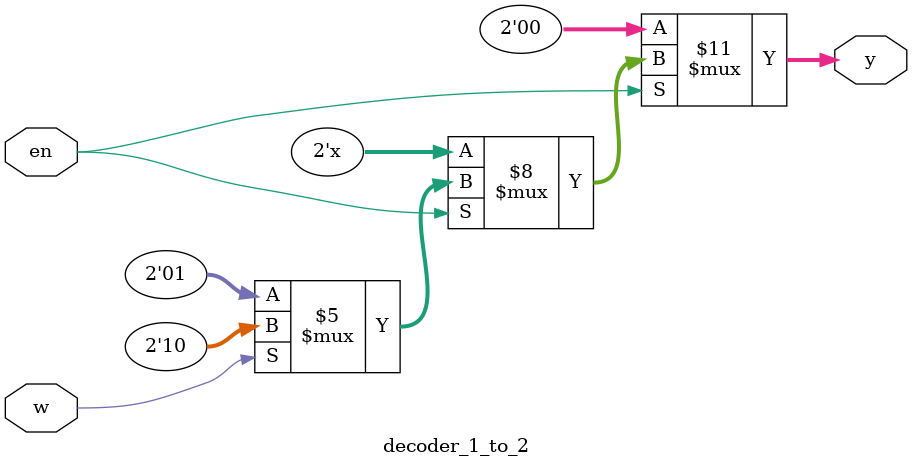
<source format=v>
module decoder_1_to_2 (
    input  wire w,
    input  wire en,
    output reg  [1:0] y
);

    always @(*) begin
        if (en == 1'b0)
            y = 2'b00;
        else if (w == 1'b0)
            y = 2'b01;
        else
            y = 2'b10;
    end

endmodule
</source>
